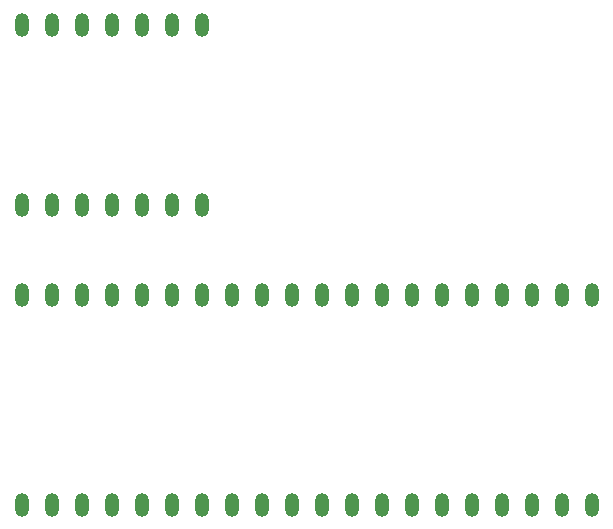
<source format=gts>
G04 #@! TF.GenerationSoftware,KiCad,Pcbnew,(5.1.9)-1*
G04 #@! TF.CreationDate,2021-10-01T18:24:18-03:00*
G04 #@! TF.ProjectId,XIAO_to_Pico_adapter,5849414f-5f74-46f5-9f50-69636f5f6164,rev?*
G04 #@! TF.SameCoordinates,Original*
G04 #@! TF.FileFunction,Soldermask,Top*
G04 #@! TF.FilePolarity,Negative*
%FSLAX46Y46*%
G04 Gerber Fmt 4.6, Leading zero omitted, Abs format (unit mm)*
G04 Created by KiCad (PCBNEW (5.1.9)-1) date 2021-10-01 18:24:18*
%MOMM*%
%LPD*%
G01*
G04 APERTURE LIST*
%ADD10O,1.200000X2.000000*%
G04 APERTURE END LIST*
D10*
X83820000Y-111760000D03*
X83820000Y-127000000D03*
X86360000Y-111760000D03*
X86360000Y-127000000D03*
X88900000Y-111760000D03*
X88900000Y-127000000D03*
X91440000Y-111760000D03*
X91440000Y-127000000D03*
X93980000Y-111760000D03*
X93980000Y-127000000D03*
X96520000Y-111760000D03*
X96520000Y-127000000D03*
X99060000Y-111760000D03*
X99060000Y-127000000D03*
X132080000Y-152400000D03*
X132080000Y-134620000D03*
X129540000Y-152400000D03*
X129540000Y-134620000D03*
X127000000Y-152400000D03*
X127000000Y-134620000D03*
X124460000Y-152400000D03*
X124460000Y-134620000D03*
X121920000Y-152400000D03*
X121920000Y-134620000D03*
X119380000Y-152400000D03*
X119380000Y-134620000D03*
X116840000Y-152400000D03*
X116840000Y-134620000D03*
X114300000Y-152400000D03*
X114300000Y-134620000D03*
X111760000Y-152400000D03*
X111760000Y-134620000D03*
X109220000Y-152400000D03*
X109220000Y-134620000D03*
X106680000Y-152400000D03*
X106680000Y-134620000D03*
X104140000Y-152400000D03*
X104140000Y-134620000D03*
X101600000Y-152400000D03*
X101600000Y-134620000D03*
X99060000Y-152400000D03*
X99060000Y-134620000D03*
X96520000Y-152400000D03*
X96520000Y-134620000D03*
X93980000Y-152400000D03*
X93980000Y-134620000D03*
X91440000Y-152400000D03*
X91440000Y-134620000D03*
X88900000Y-152400000D03*
X88900000Y-134620000D03*
X86360000Y-152400000D03*
X86360000Y-134620000D03*
X83820000Y-152400000D03*
X83820000Y-134620000D03*
M02*

</source>
